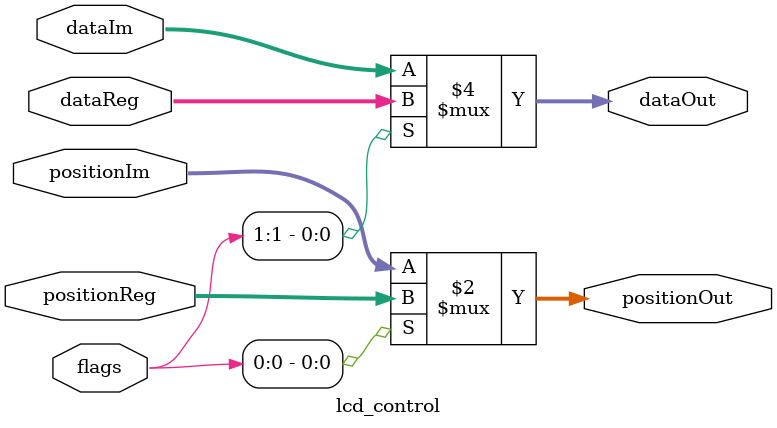
<source format=v>
module lcd_control(positionIm, positionReg, dataIm, dataReg, positionOut, dataOut, flags);
	
	input [4:0] positionIm, positionReg;
	input [7:0] dataIm, dataReg;
	input [1:0] flags;
	
	output [4:0] positionOut;
	output [7:0] dataOut;

	assign positionOut = (flags[0] == 1'b0) ? positionIm : positionReg;
	assign dataOut     = (flags[1] == 1'b0) ? dataIm     : dataReg;
	

endmodule

</source>
